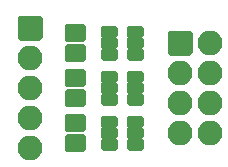
<source format=gbr>
G04 #@! TF.GenerationSoftware,KiCad,Pcbnew,(5.1.10)-1*
G04 #@! TF.CreationDate,2021-07-27T11:24:41-04:00*
G04 #@! TF.ProjectId,7ac76369a0fd96fdd889728fa7417171,37616337-3633-4363-9961-306664393666,rev?*
G04 #@! TF.SameCoordinates,Original*
G04 #@! TF.FileFunction,Soldermask,Top*
G04 #@! TF.FilePolarity,Negative*
%FSLAX46Y46*%
G04 Gerber Fmt 4.6, Leading zero omitted, Abs format (unit mm)*
G04 Created by KiCad (PCBNEW (5.1.10)-1) date 2021-07-27 11:24:41*
%MOMM*%
%LPD*%
G01*
G04 APERTURE LIST*
%ADD10O,2.100000X2.100000*%
G04 APERTURE END LIST*
G36*
G01*
X184720000Y-76275000D02*
X186120000Y-76275000D01*
G75*
G02*
X186320000Y-76475000I0J-200000D01*
G01*
X186320000Y-77625000D01*
G75*
G02*
X186120000Y-77825000I-200000J0D01*
G01*
X184720000Y-77825000D01*
G75*
G02*
X184520000Y-77625000I0J200000D01*
G01*
X184520000Y-76475000D01*
G75*
G02*
X184720000Y-76275000I200000J0D01*
G01*
G37*
G36*
G01*
X184720000Y-74575000D02*
X186120000Y-74575000D01*
G75*
G02*
X186320000Y-74775000I0J-200000D01*
G01*
X186320000Y-75925000D01*
G75*
G02*
X186120000Y-76125000I-200000J0D01*
G01*
X184720000Y-76125000D01*
G75*
G02*
X184520000Y-75925000I0J200000D01*
G01*
X184520000Y-74775000D01*
G75*
G02*
X184720000Y-74575000I200000J0D01*
G01*
G37*
G36*
G01*
X184720000Y-78385000D02*
X186120000Y-78385000D01*
G75*
G02*
X186320000Y-78585000I0J-200000D01*
G01*
X186320000Y-79735000D01*
G75*
G02*
X186120000Y-79935000I-200000J0D01*
G01*
X184720000Y-79935000D01*
G75*
G02*
X184520000Y-79735000I0J200000D01*
G01*
X184520000Y-78585000D01*
G75*
G02*
X184720000Y-78385000I200000J0D01*
G01*
G37*
G36*
G01*
X184720000Y-80085000D02*
X186120000Y-80085000D01*
G75*
G02*
X186320000Y-80285000I0J-200000D01*
G01*
X186320000Y-81435000D01*
G75*
G02*
X186120000Y-81635000I-200000J0D01*
G01*
X184720000Y-81635000D01*
G75*
G02*
X184520000Y-81435000I0J200000D01*
G01*
X184520000Y-80285000D01*
G75*
G02*
X184720000Y-80085000I200000J0D01*
G01*
G37*
G36*
G01*
X184720000Y-82195000D02*
X186120000Y-82195000D01*
G75*
G02*
X186320000Y-82395000I0J-200000D01*
G01*
X186320000Y-83545000D01*
G75*
G02*
X186120000Y-83745000I-200000J0D01*
G01*
X184720000Y-83745000D01*
G75*
G02*
X184520000Y-83545000I0J200000D01*
G01*
X184520000Y-82395000D01*
G75*
G02*
X184720000Y-82195000I200000J0D01*
G01*
G37*
G36*
G01*
X184720000Y-83895000D02*
X186120000Y-83895000D01*
G75*
G02*
X186320000Y-84095000I0J-200000D01*
G01*
X186320000Y-85245000D01*
G75*
G02*
X186120000Y-85445000I-200000J0D01*
G01*
X184720000Y-85445000D01*
G75*
G02*
X184520000Y-85245000I0J200000D01*
G01*
X184520000Y-84095000D01*
G75*
G02*
X184720000Y-83895000I200000J0D01*
G01*
G37*
G36*
G01*
X193260000Y-77050000D02*
X193260000Y-75350000D01*
G75*
G02*
X193460000Y-75150000I200000J0D01*
G01*
X195160000Y-75150000D01*
G75*
G02*
X195360000Y-75350000I0J-200000D01*
G01*
X195360000Y-77050000D01*
G75*
G02*
X195160000Y-77250000I-200000J0D01*
G01*
X193460000Y-77250000D01*
G75*
G02*
X193260000Y-77050000I0J200000D01*
G01*
G37*
D10*
X196850000Y-76200000D03*
X194310000Y-78740000D03*
X196850000Y-78740000D03*
X194310000Y-81280000D03*
X196850000Y-81280000D03*
X194310000Y-83820000D03*
X196850000Y-83820000D03*
G36*
G01*
X182660000Y-74080000D02*
X182660000Y-75780000D01*
G75*
G02*
X182460000Y-75980000I-200000J0D01*
G01*
X180760000Y-75980000D01*
G75*
G02*
X180560000Y-75780000I0J200000D01*
G01*
X180560000Y-74080000D01*
G75*
G02*
X180760000Y-73880000I200000J0D01*
G01*
X182460000Y-73880000D01*
G75*
G02*
X182660000Y-74080000I0J-200000D01*
G01*
G37*
X181610000Y-77470000D03*
X181610000Y-80010000D03*
X181610000Y-82550000D03*
X181610000Y-85090000D03*
G36*
G01*
X187570000Y-75575000D02*
X187570000Y-74925000D01*
G75*
G02*
X187770000Y-74725000I200000J0D01*
G01*
X188830000Y-74725000D01*
G75*
G02*
X189030000Y-74925000I0J-200000D01*
G01*
X189030000Y-75575000D01*
G75*
G02*
X188830000Y-75775000I-200000J0D01*
G01*
X187770000Y-75775000D01*
G75*
G02*
X187570000Y-75575000I0J200000D01*
G01*
G37*
G36*
G01*
X187570000Y-76525000D02*
X187570000Y-75875000D01*
G75*
G02*
X187770000Y-75675000I200000J0D01*
G01*
X188830000Y-75675000D01*
G75*
G02*
X189030000Y-75875000I0J-200000D01*
G01*
X189030000Y-76525000D01*
G75*
G02*
X188830000Y-76725000I-200000J0D01*
G01*
X187770000Y-76725000D01*
G75*
G02*
X187570000Y-76525000I0J200000D01*
G01*
G37*
G36*
G01*
X187570000Y-77475000D02*
X187570000Y-76825000D01*
G75*
G02*
X187770000Y-76625000I200000J0D01*
G01*
X188830000Y-76625000D01*
G75*
G02*
X189030000Y-76825000I0J-200000D01*
G01*
X189030000Y-77475000D01*
G75*
G02*
X188830000Y-77675000I-200000J0D01*
G01*
X187770000Y-77675000D01*
G75*
G02*
X187570000Y-77475000I0J200000D01*
G01*
G37*
G36*
G01*
X189770000Y-77475000D02*
X189770000Y-76825000D01*
G75*
G02*
X189970000Y-76625000I200000J0D01*
G01*
X191030000Y-76625000D01*
G75*
G02*
X191230000Y-76825000I0J-200000D01*
G01*
X191230000Y-77475000D01*
G75*
G02*
X191030000Y-77675000I-200000J0D01*
G01*
X189970000Y-77675000D01*
G75*
G02*
X189770000Y-77475000I0J200000D01*
G01*
G37*
G36*
G01*
X189770000Y-75575000D02*
X189770000Y-74925000D01*
G75*
G02*
X189970000Y-74725000I200000J0D01*
G01*
X191030000Y-74725000D01*
G75*
G02*
X191230000Y-74925000I0J-200000D01*
G01*
X191230000Y-75575000D01*
G75*
G02*
X191030000Y-75775000I-200000J0D01*
G01*
X189970000Y-75775000D01*
G75*
G02*
X189770000Y-75575000I0J200000D01*
G01*
G37*
G36*
G01*
X189770000Y-76525000D02*
X189770000Y-75875000D01*
G75*
G02*
X189970000Y-75675000I200000J0D01*
G01*
X191030000Y-75675000D01*
G75*
G02*
X191230000Y-75875000I0J-200000D01*
G01*
X191230000Y-76525000D01*
G75*
G02*
X191030000Y-76725000I-200000J0D01*
G01*
X189970000Y-76725000D01*
G75*
G02*
X189770000Y-76525000I0J200000D01*
G01*
G37*
G36*
G01*
X189770000Y-80335000D02*
X189770000Y-79685000D01*
G75*
G02*
X189970000Y-79485000I200000J0D01*
G01*
X191030000Y-79485000D01*
G75*
G02*
X191230000Y-79685000I0J-200000D01*
G01*
X191230000Y-80335000D01*
G75*
G02*
X191030000Y-80535000I-200000J0D01*
G01*
X189970000Y-80535000D01*
G75*
G02*
X189770000Y-80335000I0J200000D01*
G01*
G37*
G36*
G01*
X189770000Y-79385000D02*
X189770000Y-78735000D01*
G75*
G02*
X189970000Y-78535000I200000J0D01*
G01*
X191030000Y-78535000D01*
G75*
G02*
X191230000Y-78735000I0J-200000D01*
G01*
X191230000Y-79385000D01*
G75*
G02*
X191030000Y-79585000I-200000J0D01*
G01*
X189970000Y-79585000D01*
G75*
G02*
X189770000Y-79385000I0J200000D01*
G01*
G37*
G36*
G01*
X189770000Y-81285000D02*
X189770000Y-80635000D01*
G75*
G02*
X189970000Y-80435000I200000J0D01*
G01*
X191030000Y-80435000D01*
G75*
G02*
X191230000Y-80635000I0J-200000D01*
G01*
X191230000Y-81285000D01*
G75*
G02*
X191030000Y-81485000I-200000J0D01*
G01*
X189970000Y-81485000D01*
G75*
G02*
X189770000Y-81285000I0J200000D01*
G01*
G37*
G36*
G01*
X187570000Y-81285000D02*
X187570000Y-80635000D01*
G75*
G02*
X187770000Y-80435000I200000J0D01*
G01*
X188830000Y-80435000D01*
G75*
G02*
X189030000Y-80635000I0J-200000D01*
G01*
X189030000Y-81285000D01*
G75*
G02*
X188830000Y-81485000I-200000J0D01*
G01*
X187770000Y-81485000D01*
G75*
G02*
X187570000Y-81285000I0J200000D01*
G01*
G37*
G36*
G01*
X187570000Y-80335000D02*
X187570000Y-79685000D01*
G75*
G02*
X187770000Y-79485000I200000J0D01*
G01*
X188830000Y-79485000D01*
G75*
G02*
X189030000Y-79685000I0J-200000D01*
G01*
X189030000Y-80335000D01*
G75*
G02*
X188830000Y-80535000I-200000J0D01*
G01*
X187770000Y-80535000D01*
G75*
G02*
X187570000Y-80335000I0J200000D01*
G01*
G37*
G36*
G01*
X187570000Y-79385000D02*
X187570000Y-78735000D01*
G75*
G02*
X187770000Y-78535000I200000J0D01*
G01*
X188830000Y-78535000D01*
G75*
G02*
X189030000Y-78735000I0J-200000D01*
G01*
X189030000Y-79385000D01*
G75*
G02*
X188830000Y-79585000I-200000J0D01*
G01*
X187770000Y-79585000D01*
G75*
G02*
X187570000Y-79385000I0J200000D01*
G01*
G37*
G36*
G01*
X187570000Y-83195000D02*
X187570000Y-82545000D01*
G75*
G02*
X187770000Y-82345000I200000J0D01*
G01*
X188830000Y-82345000D01*
G75*
G02*
X189030000Y-82545000I0J-200000D01*
G01*
X189030000Y-83195000D01*
G75*
G02*
X188830000Y-83395000I-200000J0D01*
G01*
X187770000Y-83395000D01*
G75*
G02*
X187570000Y-83195000I0J200000D01*
G01*
G37*
G36*
G01*
X187570000Y-84145000D02*
X187570000Y-83495000D01*
G75*
G02*
X187770000Y-83295000I200000J0D01*
G01*
X188830000Y-83295000D01*
G75*
G02*
X189030000Y-83495000I0J-200000D01*
G01*
X189030000Y-84145000D01*
G75*
G02*
X188830000Y-84345000I-200000J0D01*
G01*
X187770000Y-84345000D01*
G75*
G02*
X187570000Y-84145000I0J200000D01*
G01*
G37*
G36*
G01*
X187570000Y-85095000D02*
X187570000Y-84445000D01*
G75*
G02*
X187770000Y-84245000I200000J0D01*
G01*
X188830000Y-84245000D01*
G75*
G02*
X189030000Y-84445000I0J-200000D01*
G01*
X189030000Y-85095000D01*
G75*
G02*
X188830000Y-85295000I-200000J0D01*
G01*
X187770000Y-85295000D01*
G75*
G02*
X187570000Y-85095000I0J200000D01*
G01*
G37*
G36*
G01*
X189770000Y-85095000D02*
X189770000Y-84445000D01*
G75*
G02*
X189970000Y-84245000I200000J0D01*
G01*
X191030000Y-84245000D01*
G75*
G02*
X191230000Y-84445000I0J-200000D01*
G01*
X191230000Y-85095000D01*
G75*
G02*
X191030000Y-85295000I-200000J0D01*
G01*
X189970000Y-85295000D01*
G75*
G02*
X189770000Y-85095000I0J200000D01*
G01*
G37*
G36*
G01*
X189770000Y-83195000D02*
X189770000Y-82545000D01*
G75*
G02*
X189970000Y-82345000I200000J0D01*
G01*
X191030000Y-82345000D01*
G75*
G02*
X191230000Y-82545000I0J-200000D01*
G01*
X191230000Y-83195000D01*
G75*
G02*
X191030000Y-83395000I-200000J0D01*
G01*
X189970000Y-83395000D01*
G75*
G02*
X189770000Y-83195000I0J200000D01*
G01*
G37*
G36*
G01*
X189770000Y-84145000D02*
X189770000Y-83495000D01*
G75*
G02*
X189970000Y-83295000I200000J0D01*
G01*
X191030000Y-83295000D01*
G75*
G02*
X191230000Y-83495000I0J-200000D01*
G01*
X191230000Y-84145000D01*
G75*
G02*
X191030000Y-84345000I-200000J0D01*
G01*
X189970000Y-84345000D01*
G75*
G02*
X189770000Y-84145000I0J200000D01*
G01*
G37*
M02*

</source>
